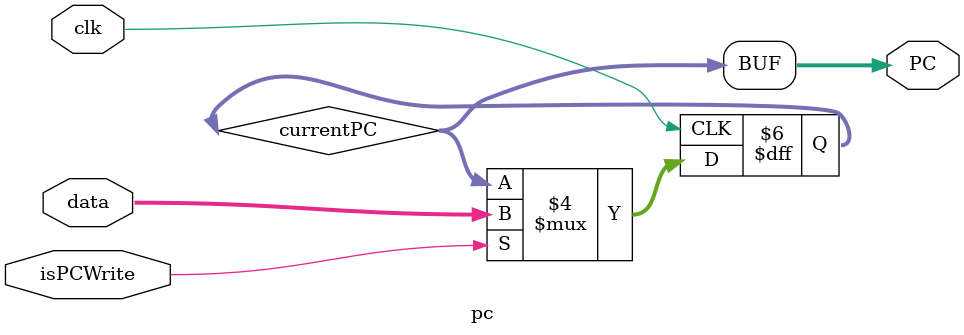
<source format=v>
module pc (
    input clk,
    input isPCWrite,
    // input PCReSet,
    input[31:0] data,
    output [31:0] PC
);
  reg[31:0] currentPC;
  initial
    currentPC = 32'h3000; 
  

    always @(posedge clk) 
    begin
        /*if (PCReSet) 
        begin
            // reset
            PC <= 32'h0000_3000;//？
        end
        else begin*/
            if(isPCWrite)
                currentPC = data[31:0];
        //end
        //PC就是PC，不要加4这么奇葩了。
        // PC = PC + 4;
        // if (PCSet==1)
        //这里是跳转指令需要用的，左移拿过来了
        //所以这个控制信号应该是Branch和Zero同时控制的。
        //不过感觉这个不够明显，还是按照书上的图来吧。
        // begin
        //         for( i=0; i<30 ; i=i+1)
        //                 temp[31-i] = Address[29-i];
        //                 temp[0] = 0;
        //                 temp[1] = 0;
        //                 PC = PC + temp;
        // end
    end

  assign PC = currentPC;
endmodule
</source>
